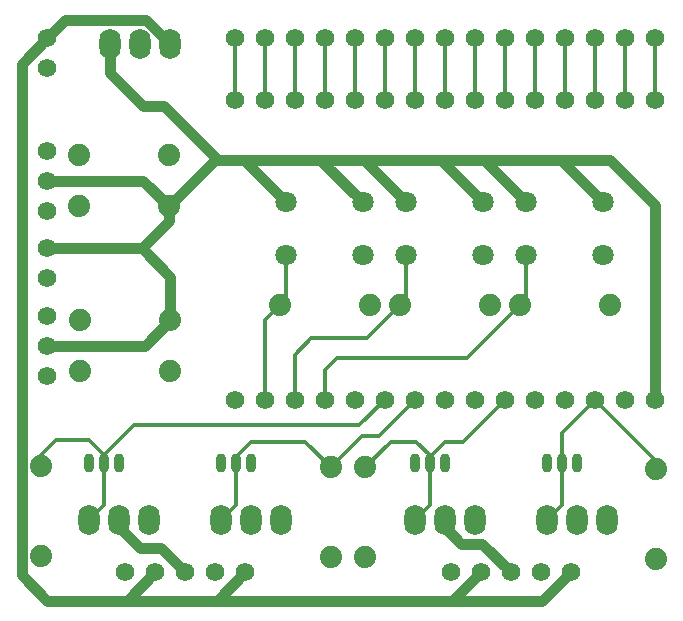
<source format=gtl>
G04 Layer: TopLayer*
G04 EasyEDA v6.5.22, 2023-04-12 12:18:29*
G04 Gerber Generator version 0.2*
G04 Scale: 100 percent, Rotated: No, Reflected: No *
G04 Dimensions in millimeters *
G04 leading zeros omitted , absolute positions ,4 integer and 5 decimal *
%FSLAX45Y45*%
%MOMM*%

%ADD10C,0.9000*%
%ADD11C,0.3000*%
%ADD12C,1.5748*%
%ADD13C,1.8000*%
%ADD14O,0.8999982X1.5999968*%
%ADD15C,1.8796*%
%ADD16O,1.7999964X2.5999948*%
%ADD17O,0.0187X2.5999948*%

%LPD*%
D10*
X7551420Y8022844D02*
G01*
X7192263Y8382000D01*
X7187948Y8382000D01*
X6535420Y8022844D02*
G01*
X6176263Y8382000D01*
X6171948Y8382000D01*
X5519420Y8022844D02*
G01*
X5165354Y8376909D01*
X5165354Y8382000D01*
X4869179Y8022844D02*
G01*
X4510024Y8382000D01*
X4506836Y8382000D01*
X5885179Y8022844D02*
G01*
X5526024Y8382000D01*
X5522836Y8382000D01*
X6901179Y8022844D02*
G01*
X6542024Y8382000D01*
X6538836Y8382000D01*
X3873500Y7988300D02*
G01*
X4267200Y8382000D01*
X4305300Y8382000D01*
X3759197Y4889497D02*
G01*
X3517900Y4648200D01*
X3514448Y4648200D01*
X4521197Y4889497D02*
G01*
X4279900Y4648200D01*
X4279900Y4648200D01*
D11*
X2794000Y5791200D02*
G01*
X2794000Y5880100D01*
X2921000Y6007100D01*
X3200400Y6007100D01*
X3327400Y5880100D01*
X3327400Y5816600D01*
D10*
X2628900Y6311900D02*
G01*
X2628900Y4864100D01*
X2844800Y4648200D01*
X3454400Y4648200D01*
X3454400Y5334507D02*
G01*
X3454400Y5270500D01*
X3632200Y5092700D01*
X3810000Y5092700D01*
X4013200Y4889500D01*
X6210300Y5334507D02*
G01*
X6210300Y5270500D01*
X6350000Y5130800D01*
X6527800Y5130800D01*
X6769100Y4889500D01*
X3454400Y4648200D02*
G01*
X6273800Y4648200D01*
X6515100Y4889500D01*
X6273800Y4648200D02*
G01*
X7035800Y4648200D01*
X7277100Y4889500D01*
X3886200Y7023100D02*
G01*
X3886200Y7391400D01*
X3644900Y7632700D01*
X2844800Y6807200D02*
G01*
X3670300Y6807200D01*
X3886200Y7023100D01*
X2844800Y7632700D02*
G01*
X3644900Y7632700D01*
X3873500Y7861300D01*
X3873500Y7988300D01*
X2844800Y8204200D02*
G01*
X3657600Y8204200D01*
X3873500Y7988300D01*
X2844800Y9410700D02*
G01*
X2997200Y9563100D01*
X3682491Y9563100D01*
X3886200Y9359392D01*
X2844800Y9410700D02*
G01*
X2628900Y9194800D01*
X2628900Y6311900D01*
D11*
X5194300Y6350000D02*
G01*
X5194300Y6604000D01*
X5295900Y6705600D01*
X6400800Y6705600D01*
X6845300Y7150100D01*
X4317974Y5334507D02*
G01*
X4444997Y5461530D01*
X4444997Y5816597D01*
X7988300Y8890000D02*
G01*
X7988300Y9410700D01*
X7734300Y8890000D02*
G01*
X7734300Y9410700D01*
X7480300Y8890000D02*
G01*
X7480300Y9410700D01*
X7226300Y8890000D02*
G01*
X7226300Y9410700D01*
X6972300Y8890000D02*
G01*
X6972300Y9410700D01*
X6718300Y8890000D02*
G01*
X6718300Y9410700D01*
X6464300Y8890000D02*
G01*
X6464300Y9410700D01*
X6210300Y8890000D02*
G01*
X6210300Y9410700D01*
X5956300Y8890000D02*
G01*
X5956300Y9410700D01*
X5702300Y8890000D02*
G01*
X5702300Y9410700D01*
X5448300Y8890000D02*
G01*
X5448300Y9410700D01*
X5194300Y8890000D02*
G01*
X5194300Y9410700D01*
X4940300Y8890000D02*
G01*
X4940300Y9410700D01*
X4686300Y8890000D02*
G01*
X4686300Y9410700D01*
X4432300Y8890000D02*
G01*
X4432300Y9410700D01*
X4686300Y6350000D02*
G01*
X4686300Y7023100D01*
X4813300Y7150100D01*
X4940300Y6350000D02*
G01*
X4940300Y6731000D01*
X5080000Y6870700D01*
X5549900Y6870700D01*
X5829300Y7150100D01*
X7073900Y5334507D02*
G01*
X7200900Y5461507D01*
X7200900Y5816600D01*
X5956300Y5334507D02*
G01*
X6083300Y5461507D01*
X6083300Y5816600D01*
X3327400Y5816600D02*
G01*
X3327400Y5461533D01*
X3200374Y5334507D01*
X5702300Y6350000D02*
G01*
X5486400Y6134100D01*
X3581400Y6134100D01*
X3327400Y5880100D01*
X3327400Y5816600D01*
X5537200Y5778500D02*
G01*
X5753100Y5994400D01*
X5969000Y5994400D01*
X6083300Y5880100D01*
X6083300Y5816600D01*
X5245100Y5778500D02*
G01*
X5511800Y6045200D01*
X5651500Y6045200D01*
X5956300Y6350000D01*
X4445000Y5816600D02*
G01*
X4445000Y5867400D01*
X4572000Y5994400D01*
X5029200Y5994400D01*
X5245100Y5778500D01*
X6083300Y5816600D02*
G01*
X6083300Y5867400D01*
X6210300Y5994400D01*
X6362700Y5994400D01*
X6718300Y6350000D01*
X7200900Y5816600D02*
G01*
X7200900Y6070600D01*
X7480300Y6350000D01*
X7480300Y6350000D02*
G01*
X8001000Y5829300D01*
X8001000Y5765800D01*
X6901179Y7572755D02*
G01*
X6901179Y7205979D01*
X6845300Y7150100D01*
X5885179Y7572755D02*
G01*
X5885179Y7205979D01*
X5829300Y7150100D01*
X4869179Y7572755D02*
G01*
X4869179Y7205979D01*
X4813300Y7150100D01*
D10*
X7988300Y6350000D02*
G01*
X7988300Y8001000D01*
X7607300Y8382000D01*
X4292600Y8382000D01*
X3835400Y8839200D01*
X3657600Y8839200D01*
X3378200Y9118600D01*
X3378200Y9360408D01*
D12*
G01*
X6261100Y4889500D03*
G01*
X6515100Y4889500D03*
G01*
X6769100Y4889500D03*
G01*
X7023100Y4889500D03*
G01*
X7277100Y4889500D03*
G01*
X3505200Y4889500D03*
G01*
X3759200Y4889500D03*
G01*
X4013200Y4889500D03*
G01*
X4267200Y4889500D03*
G01*
X4521200Y4889500D03*
G01*
X7988300Y9410700D03*
G01*
X7734300Y9410700D03*
G01*
X7480300Y9410700D03*
G01*
X7226300Y9410700D03*
G01*
X6972300Y9410700D03*
G01*
X6718300Y9410700D03*
G01*
X6464300Y9410700D03*
G01*
X6210300Y9410700D03*
G01*
X5956300Y9410700D03*
G01*
X5702300Y9410700D03*
G01*
X5448300Y9410700D03*
G01*
X5194300Y9410700D03*
G01*
X4940300Y9410700D03*
G01*
X4686300Y9410700D03*
G01*
X4432300Y9410700D03*
G01*
X4432300Y6350000D03*
G01*
X4686300Y6350000D03*
G01*
X4940300Y6350000D03*
G01*
X5194300Y6350000D03*
G01*
X5448300Y6350000D03*
G01*
X5702300Y6350000D03*
G01*
X5956300Y6350000D03*
G01*
X6210300Y6350000D03*
G01*
X6464300Y6350000D03*
G01*
X6718300Y6350000D03*
G01*
X6972300Y6350000D03*
G01*
X7226300Y6350000D03*
G01*
X7480300Y6350000D03*
G01*
X7734300Y6350000D03*
G01*
X7988300Y6350000D03*
G01*
X4432300Y8890000D03*
G01*
X4686300Y8890000D03*
G01*
X4940300Y8890000D03*
G01*
X5194300Y8890000D03*
G01*
X5448300Y8890000D03*
G01*
X5702300Y8890000D03*
G01*
X5956300Y8890000D03*
G01*
X6210300Y8890000D03*
G01*
X6464300Y8890000D03*
G01*
X6718300Y8890000D03*
G01*
X6972300Y8890000D03*
G01*
X7226300Y8890000D03*
G01*
X7480300Y8890000D03*
G01*
X7734300Y8890000D03*
G01*
X7988300Y8890000D03*
G01*
X2844800Y7632700D03*
G01*
X2844800Y7378700D03*
G01*
X2844800Y9410700D03*
G01*
X2844800Y9156700D03*
D13*
G01*
X6901179Y8022844D03*
G01*
X6901179Y7572755D03*
G01*
X7551420Y8022844D03*
G01*
X7551420Y7572755D03*
G01*
X5885179Y8022844D03*
G01*
X5885179Y7572755D03*
G01*
X6535420Y8022844D03*
G01*
X6535420Y7572755D03*
G01*
X4869179Y8022844D03*
G01*
X4869179Y7572755D03*
G01*
X5519420Y8022844D03*
G01*
X5519420Y7572755D03*
D14*
G01*
X7327900Y5816600D03*
G01*
X7200900Y5816600D03*
G01*
X7073900Y5816600D03*
G01*
X6210300Y5816600D03*
G01*
X6083300Y5816600D03*
G01*
X5956300Y5816600D03*
G01*
X4572000Y5816600D03*
G01*
X4445000Y5816600D03*
G01*
X4318000Y5816600D03*
G01*
X3454400Y5816600D03*
G01*
X3327400Y5816600D03*
G01*
X3200400Y5816600D03*
D15*
G01*
X8001000Y5765800D03*
G01*
X8001000Y5003800D03*
G01*
X5537200Y5016500D03*
G01*
X5537200Y5778500D03*
G01*
X5245100Y5016500D03*
G01*
X5245100Y5778500D03*
G01*
X2794000Y5029200D03*
G01*
X2794000Y5791200D03*
G01*
X3111500Y8420100D03*
G01*
X3873500Y8420100D03*
G01*
X3111500Y7988300D03*
G01*
X3873500Y7988300D03*
G01*
X4813300Y7150100D03*
G01*
X5575300Y7150100D03*
G01*
X5829300Y7150100D03*
G01*
X6591300Y7150100D03*
G01*
X6845300Y7150100D03*
G01*
X7607300Y7150100D03*
G01*
X3124200Y6591300D03*
G01*
X3886200Y6591300D03*
G01*
X3124200Y7023100D03*
G01*
X3886200Y7023100D03*
D12*
G01*
X2844800Y7950200D03*
G01*
X2844800Y8204200D03*
G01*
X2844800Y8458200D03*
G01*
X2844800Y6553200D03*
G01*
X2844800Y6807200D03*
G01*
X2844800Y7061200D03*
D16*
G01*
X3632200Y9359417D03*
G01*
X3378174Y9360408D03*
G01*
X3886200Y9359392D03*
G01*
X7327900Y5334482D03*
G01*
X7581925Y5333492D03*
G01*
X7073900Y5334507D03*
G01*
X6210300Y5334482D03*
G01*
X6464325Y5333492D03*
G01*
X5956300Y5334507D03*
G01*
X3454374Y5334507D03*
G01*
X3708400Y5333517D03*
G01*
X3200374Y5334507D03*
G01*
X4571974Y5334507D03*
G01*
X4826000Y5333517D03*
G01*
X4317974Y5334507D03*
M02*

</source>
